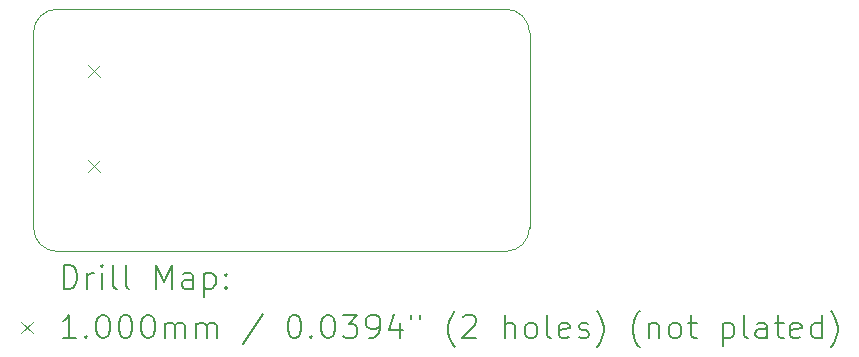
<source format=gbr>
%TF.GenerationSoftware,KiCad,Pcbnew,7.0.6*%
%TF.CreationDate,2024-02-06T14:07:21+09:00*%
%TF.ProjectId,CO2_sensor,434f325f-7365-46e7-936f-722e6b696361,rev?*%
%TF.SameCoordinates,Original*%
%TF.FileFunction,Drillmap*%
%TF.FilePolarity,Positive*%
%FSLAX45Y45*%
G04 Gerber Fmt 4.5, Leading zero omitted, Abs format (unit mm)*
G04 Created by KiCad (PCBNEW 7.0.6) date 2024-02-06 14:07:21*
%MOMM*%
%LPD*%
G01*
G04 APERTURE LIST*
%ADD10C,0.100000*%
%ADD11C,0.200000*%
G04 APERTURE END LIST*
D10*
X16625000Y-11000000D02*
G75*
G03*
X16425000Y-11200000I0J-200000D01*
G01*
X20625000Y-11200000D02*
G75*
G03*
X20425000Y-11000000I-200000J0D01*
G01*
X20425000Y-13050000D02*
G75*
G03*
X20625000Y-12850000I0J200000D01*
G01*
X20625000Y-12850000D02*
X20625000Y-11200000D01*
X20425000Y-11000000D02*
X16625000Y-11000000D01*
X16425000Y-11200000D02*
X16425000Y-12850000D01*
X16625000Y-13050000D02*
X20425000Y-13050000D01*
X16425000Y-12850000D02*
G75*
G03*
X16625000Y-13050000I200000J0D01*
G01*
D11*
D10*
X16885000Y-11475000D02*
X16985000Y-11575000D01*
X16985000Y-11475000D02*
X16885000Y-11575000D01*
X16885000Y-12275000D02*
X16985000Y-12375000D01*
X16985000Y-12275000D02*
X16885000Y-12375000D01*
D11*
X16680777Y-13366484D02*
X16680777Y-13166484D01*
X16680777Y-13166484D02*
X16728396Y-13166484D01*
X16728396Y-13166484D02*
X16756967Y-13176008D01*
X16756967Y-13176008D02*
X16776015Y-13195055D01*
X16776015Y-13195055D02*
X16785539Y-13214103D01*
X16785539Y-13214103D02*
X16795063Y-13252198D01*
X16795063Y-13252198D02*
X16795063Y-13280769D01*
X16795063Y-13280769D02*
X16785539Y-13318865D01*
X16785539Y-13318865D02*
X16776015Y-13337912D01*
X16776015Y-13337912D02*
X16756967Y-13356960D01*
X16756967Y-13356960D02*
X16728396Y-13366484D01*
X16728396Y-13366484D02*
X16680777Y-13366484D01*
X16880777Y-13366484D02*
X16880777Y-13233150D01*
X16880777Y-13271246D02*
X16890301Y-13252198D01*
X16890301Y-13252198D02*
X16899824Y-13242674D01*
X16899824Y-13242674D02*
X16918872Y-13233150D01*
X16918872Y-13233150D02*
X16937920Y-13233150D01*
X17004586Y-13366484D02*
X17004586Y-13233150D01*
X17004586Y-13166484D02*
X16995063Y-13176008D01*
X16995063Y-13176008D02*
X17004586Y-13185531D01*
X17004586Y-13185531D02*
X17014110Y-13176008D01*
X17014110Y-13176008D02*
X17004586Y-13166484D01*
X17004586Y-13166484D02*
X17004586Y-13185531D01*
X17128396Y-13366484D02*
X17109348Y-13356960D01*
X17109348Y-13356960D02*
X17099824Y-13337912D01*
X17099824Y-13337912D02*
X17099824Y-13166484D01*
X17233158Y-13366484D02*
X17214110Y-13356960D01*
X17214110Y-13356960D02*
X17204586Y-13337912D01*
X17204586Y-13337912D02*
X17204586Y-13166484D01*
X17461729Y-13366484D02*
X17461729Y-13166484D01*
X17461729Y-13166484D02*
X17528396Y-13309341D01*
X17528396Y-13309341D02*
X17595063Y-13166484D01*
X17595063Y-13166484D02*
X17595063Y-13366484D01*
X17776015Y-13366484D02*
X17776015Y-13261722D01*
X17776015Y-13261722D02*
X17766491Y-13242674D01*
X17766491Y-13242674D02*
X17747444Y-13233150D01*
X17747444Y-13233150D02*
X17709348Y-13233150D01*
X17709348Y-13233150D02*
X17690301Y-13242674D01*
X17776015Y-13356960D02*
X17756967Y-13366484D01*
X17756967Y-13366484D02*
X17709348Y-13366484D01*
X17709348Y-13366484D02*
X17690301Y-13356960D01*
X17690301Y-13356960D02*
X17680777Y-13337912D01*
X17680777Y-13337912D02*
X17680777Y-13318865D01*
X17680777Y-13318865D02*
X17690301Y-13299817D01*
X17690301Y-13299817D02*
X17709348Y-13290293D01*
X17709348Y-13290293D02*
X17756967Y-13290293D01*
X17756967Y-13290293D02*
X17776015Y-13280769D01*
X17871253Y-13233150D02*
X17871253Y-13433150D01*
X17871253Y-13242674D02*
X17890301Y-13233150D01*
X17890301Y-13233150D02*
X17928396Y-13233150D01*
X17928396Y-13233150D02*
X17947444Y-13242674D01*
X17947444Y-13242674D02*
X17956967Y-13252198D01*
X17956967Y-13252198D02*
X17966491Y-13271246D01*
X17966491Y-13271246D02*
X17966491Y-13328388D01*
X17966491Y-13328388D02*
X17956967Y-13347436D01*
X17956967Y-13347436D02*
X17947444Y-13356960D01*
X17947444Y-13356960D02*
X17928396Y-13366484D01*
X17928396Y-13366484D02*
X17890301Y-13366484D01*
X17890301Y-13366484D02*
X17871253Y-13356960D01*
X18052205Y-13347436D02*
X18061729Y-13356960D01*
X18061729Y-13356960D02*
X18052205Y-13366484D01*
X18052205Y-13366484D02*
X18042682Y-13356960D01*
X18042682Y-13356960D02*
X18052205Y-13347436D01*
X18052205Y-13347436D02*
X18052205Y-13366484D01*
X18052205Y-13242674D02*
X18061729Y-13252198D01*
X18061729Y-13252198D02*
X18052205Y-13261722D01*
X18052205Y-13261722D02*
X18042682Y-13252198D01*
X18042682Y-13252198D02*
X18052205Y-13242674D01*
X18052205Y-13242674D02*
X18052205Y-13261722D01*
D10*
X16320000Y-13645000D02*
X16420000Y-13745000D01*
X16420000Y-13645000D02*
X16320000Y-13745000D01*
D11*
X16785539Y-13786484D02*
X16671253Y-13786484D01*
X16728396Y-13786484D02*
X16728396Y-13586484D01*
X16728396Y-13586484D02*
X16709348Y-13615055D01*
X16709348Y-13615055D02*
X16690301Y-13634103D01*
X16690301Y-13634103D02*
X16671253Y-13643627D01*
X16871253Y-13767436D02*
X16880777Y-13776960D01*
X16880777Y-13776960D02*
X16871253Y-13786484D01*
X16871253Y-13786484D02*
X16861729Y-13776960D01*
X16861729Y-13776960D02*
X16871253Y-13767436D01*
X16871253Y-13767436D02*
X16871253Y-13786484D01*
X17004586Y-13586484D02*
X17023634Y-13586484D01*
X17023634Y-13586484D02*
X17042682Y-13596008D01*
X17042682Y-13596008D02*
X17052205Y-13605531D01*
X17052205Y-13605531D02*
X17061729Y-13624579D01*
X17061729Y-13624579D02*
X17071253Y-13662674D01*
X17071253Y-13662674D02*
X17071253Y-13710293D01*
X17071253Y-13710293D02*
X17061729Y-13748388D01*
X17061729Y-13748388D02*
X17052205Y-13767436D01*
X17052205Y-13767436D02*
X17042682Y-13776960D01*
X17042682Y-13776960D02*
X17023634Y-13786484D01*
X17023634Y-13786484D02*
X17004586Y-13786484D01*
X17004586Y-13786484D02*
X16985539Y-13776960D01*
X16985539Y-13776960D02*
X16976015Y-13767436D01*
X16976015Y-13767436D02*
X16966491Y-13748388D01*
X16966491Y-13748388D02*
X16956967Y-13710293D01*
X16956967Y-13710293D02*
X16956967Y-13662674D01*
X16956967Y-13662674D02*
X16966491Y-13624579D01*
X16966491Y-13624579D02*
X16976015Y-13605531D01*
X16976015Y-13605531D02*
X16985539Y-13596008D01*
X16985539Y-13596008D02*
X17004586Y-13586484D01*
X17195063Y-13586484D02*
X17214110Y-13586484D01*
X17214110Y-13586484D02*
X17233158Y-13596008D01*
X17233158Y-13596008D02*
X17242682Y-13605531D01*
X17242682Y-13605531D02*
X17252205Y-13624579D01*
X17252205Y-13624579D02*
X17261729Y-13662674D01*
X17261729Y-13662674D02*
X17261729Y-13710293D01*
X17261729Y-13710293D02*
X17252205Y-13748388D01*
X17252205Y-13748388D02*
X17242682Y-13767436D01*
X17242682Y-13767436D02*
X17233158Y-13776960D01*
X17233158Y-13776960D02*
X17214110Y-13786484D01*
X17214110Y-13786484D02*
X17195063Y-13786484D01*
X17195063Y-13786484D02*
X17176015Y-13776960D01*
X17176015Y-13776960D02*
X17166491Y-13767436D01*
X17166491Y-13767436D02*
X17156967Y-13748388D01*
X17156967Y-13748388D02*
X17147444Y-13710293D01*
X17147444Y-13710293D02*
X17147444Y-13662674D01*
X17147444Y-13662674D02*
X17156967Y-13624579D01*
X17156967Y-13624579D02*
X17166491Y-13605531D01*
X17166491Y-13605531D02*
X17176015Y-13596008D01*
X17176015Y-13596008D02*
X17195063Y-13586484D01*
X17385539Y-13586484D02*
X17404586Y-13586484D01*
X17404586Y-13586484D02*
X17423634Y-13596008D01*
X17423634Y-13596008D02*
X17433158Y-13605531D01*
X17433158Y-13605531D02*
X17442682Y-13624579D01*
X17442682Y-13624579D02*
X17452205Y-13662674D01*
X17452205Y-13662674D02*
X17452205Y-13710293D01*
X17452205Y-13710293D02*
X17442682Y-13748388D01*
X17442682Y-13748388D02*
X17433158Y-13767436D01*
X17433158Y-13767436D02*
X17423634Y-13776960D01*
X17423634Y-13776960D02*
X17404586Y-13786484D01*
X17404586Y-13786484D02*
X17385539Y-13786484D01*
X17385539Y-13786484D02*
X17366491Y-13776960D01*
X17366491Y-13776960D02*
X17356967Y-13767436D01*
X17356967Y-13767436D02*
X17347444Y-13748388D01*
X17347444Y-13748388D02*
X17337920Y-13710293D01*
X17337920Y-13710293D02*
X17337920Y-13662674D01*
X17337920Y-13662674D02*
X17347444Y-13624579D01*
X17347444Y-13624579D02*
X17356967Y-13605531D01*
X17356967Y-13605531D02*
X17366491Y-13596008D01*
X17366491Y-13596008D02*
X17385539Y-13586484D01*
X17537920Y-13786484D02*
X17537920Y-13653150D01*
X17537920Y-13672198D02*
X17547444Y-13662674D01*
X17547444Y-13662674D02*
X17566491Y-13653150D01*
X17566491Y-13653150D02*
X17595063Y-13653150D01*
X17595063Y-13653150D02*
X17614110Y-13662674D01*
X17614110Y-13662674D02*
X17623634Y-13681722D01*
X17623634Y-13681722D02*
X17623634Y-13786484D01*
X17623634Y-13681722D02*
X17633158Y-13662674D01*
X17633158Y-13662674D02*
X17652205Y-13653150D01*
X17652205Y-13653150D02*
X17680777Y-13653150D01*
X17680777Y-13653150D02*
X17699825Y-13662674D01*
X17699825Y-13662674D02*
X17709348Y-13681722D01*
X17709348Y-13681722D02*
X17709348Y-13786484D01*
X17804586Y-13786484D02*
X17804586Y-13653150D01*
X17804586Y-13672198D02*
X17814110Y-13662674D01*
X17814110Y-13662674D02*
X17833158Y-13653150D01*
X17833158Y-13653150D02*
X17861729Y-13653150D01*
X17861729Y-13653150D02*
X17880777Y-13662674D01*
X17880777Y-13662674D02*
X17890301Y-13681722D01*
X17890301Y-13681722D02*
X17890301Y-13786484D01*
X17890301Y-13681722D02*
X17899825Y-13662674D01*
X17899825Y-13662674D02*
X17918872Y-13653150D01*
X17918872Y-13653150D02*
X17947444Y-13653150D01*
X17947444Y-13653150D02*
X17966491Y-13662674D01*
X17966491Y-13662674D02*
X17976015Y-13681722D01*
X17976015Y-13681722D02*
X17976015Y-13786484D01*
X18366491Y-13576960D02*
X18195063Y-13834103D01*
X18623634Y-13586484D02*
X18642682Y-13586484D01*
X18642682Y-13586484D02*
X18661729Y-13596008D01*
X18661729Y-13596008D02*
X18671253Y-13605531D01*
X18671253Y-13605531D02*
X18680777Y-13624579D01*
X18680777Y-13624579D02*
X18690301Y-13662674D01*
X18690301Y-13662674D02*
X18690301Y-13710293D01*
X18690301Y-13710293D02*
X18680777Y-13748388D01*
X18680777Y-13748388D02*
X18671253Y-13767436D01*
X18671253Y-13767436D02*
X18661729Y-13776960D01*
X18661729Y-13776960D02*
X18642682Y-13786484D01*
X18642682Y-13786484D02*
X18623634Y-13786484D01*
X18623634Y-13786484D02*
X18604587Y-13776960D01*
X18604587Y-13776960D02*
X18595063Y-13767436D01*
X18595063Y-13767436D02*
X18585539Y-13748388D01*
X18585539Y-13748388D02*
X18576015Y-13710293D01*
X18576015Y-13710293D02*
X18576015Y-13662674D01*
X18576015Y-13662674D02*
X18585539Y-13624579D01*
X18585539Y-13624579D02*
X18595063Y-13605531D01*
X18595063Y-13605531D02*
X18604587Y-13596008D01*
X18604587Y-13596008D02*
X18623634Y-13586484D01*
X18776015Y-13767436D02*
X18785539Y-13776960D01*
X18785539Y-13776960D02*
X18776015Y-13786484D01*
X18776015Y-13786484D02*
X18766491Y-13776960D01*
X18766491Y-13776960D02*
X18776015Y-13767436D01*
X18776015Y-13767436D02*
X18776015Y-13786484D01*
X18909348Y-13586484D02*
X18928396Y-13586484D01*
X18928396Y-13586484D02*
X18947444Y-13596008D01*
X18947444Y-13596008D02*
X18956968Y-13605531D01*
X18956968Y-13605531D02*
X18966491Y-13624579D01*
X18966491Y-13624579D02*
X18976015Y-13662674D01*
X18976015Y-13662674D02*
X18976015Y-13710293D01*
X18976015Y-13710293D02*
X18966491Y-13748388D01*
X18966491Y-13748388D02*
X18956968Y-13767436D01*
X18956968Y-13767436D02*
X18947444Y-13776960D01*
X18947444Y-13776960D02*
X18928396Y-13786484D01*
X18928396Y-13786484D02*
X18909348Y-13786484D01*
X18909348Y-13786484D02*
X18890301Y-13776960D01*
X18890301Y-13776960D02*
X18880777Y-13767436D01*
X18880777Y-13767436D02*
X18871253Y-13748388D01*
X18871253Y-13748388D02*
X18861729Y-13710293D01*
X18861729Y-13710293D02*
X18861729Y-13662674D01*
X18861729Y-13662674D02*
X18871253Y-13624579D01*
X18871253Y-13624579D02*
X18880777Y-13605531D01*
X18880777Y-13605531D02*
X18890301Y-13596008D01*
X18890301Y-13596008D02*
X18909348Y-13586484D01*
X19042682Y-13586484D02*
X19166491Y-13586484D01*
X19166491Y-13586484D02*
X19099825Y-13662674D01*
X19099825Y-13662674D02*
X19128396Y-13662674D01*
X19128396Y-13662674D02*
X19147444Y-13672198D01*
X19147444Y-13672198D02*
X19156968Y-13681722D01*
X19156968Y-13681722D02*
X19166491Y-13700769D01*
X19166491Y-13700769D02*
X19166491Y-13748388D01*
X19166491Y-13748388D02*
X19156968Y-13767436D01*
X19156968Y-13767436D02*
X19147444Y-13776960D01*
X19147444Y-13776960D02*
X19128396Y-13786484D01*
X19128396Y-13786484D02*
X19071253Y-13786484D01*
X19071253Y-13786484D02*
X19052206Y-13776960D01*
X19052206Y-13776960D02*
X19042682Y-13767436D01*
X19261729Y-13786484D02*
X19299825Y-13786484D01*
X19299825Y-13786484D02*
X19318872Y-13776960D01*
X19318872Y-13776960D02*
X19328396Y-13767436D01*
X19328396Y-13767436D02*
X19347444Y-13738865D01*
X19347444Y-13738865D02*
X19356968Y-13700769D01*
X19356968Y-13700769D02*
X19356968Y-13624579D01*
X19356968Y-13624579D02*
X19347444Y-13605531D01*
X19347444Y-13605531D02*
X19337920Y-13596008D01*
X19337920Y-13596008D02*
X19318872Y-13586484D01*
X19318872Y-13586484D02*
X19280777Y-13586484D01*
X19280777Y-13586484D02*
X19261729Y-13596008D01*
X19261729Y-13596008D02*
X19252206Y-13605531D01*
X19252206Y-13605531D02*
X19242682Y-13624579D01*
X19242682Y-13624579D02*
X19242682Y-13672198D01*
X19242682Y-13672198D02*
X19252206Y-13691246D01*
X19252206Y-13691246D02*
X19261729Y-13700769D01*
X19261729Y-13700769D02*
X19280777Y-13710293D01*
X19280777Y-13710293D02*
X19318872Y-13710293D01*
X19318872Y-13710293D02*
X19337920Y-13700769D01*
X19337920Y-13700769D02*
X19347444Y-13691246D01*
X19347444Y-13691246D02*
X19356968Y-13672198D01*
X19528396Y-13653150D02*
X19528396Y-13786484D01*
X19480777Y-13576960D02*
X19433158Y-13719817D01*
X19433158Y-13719817D02*
X19556968Y-13719817D01*
X19623634Y-13586484D02*
X19623634Y-13624579D01*
X19699825Y-13586484D02*
X19699825Y-13624579D01*
X19995063Y-13862674D02*
X19985539Y-13853150D01*
X19985539Y-13853150D02*
X19966491Y-13824579D01*
X19966491Y-13824579D02*
X19956968Y-13805531D01*
X19956968Y-13805531D02*
X19947444Y-13776960D01*
X19947444Y-13776960D02*
X19937920Y-13729341D01*
X19937920Y-13729341D02*
X19937920Y-13691246D01*
X19937920Y-13691246D02*
X19947444Y-13643627D01*
X19947444Y-13643627D02*
X19956968Y-13615055D01*
X19956968Y-13615055D02*
X19966491Y-13596008D01*
X19966491Y-13596008D02*
X19985539Y-13567436D01*
X19985539Y-13567436D02*
X19995063Y-13557912D01*
X20061730Y-13605531D02*
X20071253Y-13596008D01*
X20071253Y-13596008D02*
X20090301Y-13586484D01*
X20090301Y-13586484D02*
X20137920Y-13586484D01*
X20137920Y-13586484D02*
X20156968Y-13596008D01*
X20156968Y-13596008D02*
X20166491Y-13605531D01*
X20166491Y-13605531D02*
X20176015Y-13624579D01*
X20176015Y-13624579D02*
X20176015Y-13643627D01*
X20176015Y-13643627D02*
X20166491Y-13672198D01*
X20166491Y-13672198D02*
X20052206Y-13786484D01*
X20052206Y-13786484D02*
X20176015Y-13786484D01*
X20414111Y-13786484D02*
X20414111Y-13586484D01*
X20499825Y-13786484D02*
X20499825Y-13681722D01*
X20499825Y-13681722D02*
X20490301Y-13662674D01*
X20490301Y-13662674D02*
X20471253Y-13653150D01*
X20471253Y-13653150D02*
X20442682Y-13653150D01*
X20442682Y-13653150D02*
X20423634Y-13662674D01*
X20423634Y-13662674D02*
X20414111Y-13672198D01*
X20623634Y-13786484D02*
X20604587Y-13776960D01*
X20604587Y-13776960D02*
X20595063Y-13767436D01*
X20595063Y-13767436D02*
X20585539Y-13748388D01*
X20585539Y-13748388D02*
X20585539Y-13691246D01*
X20585539Y-13691246D02*
X20595063Y-13672198D01*
X20595063Y-13672198D02*
X20604587Y-13662674D01*
X20604587Y-13662674D02*
X20623634Y-13653150D01*
X20623634Y-13653150D02*
X20652206Y-13653150D01*
X20652206Y-13653150D02*
X20671253Y-13662674D01*
X20671253Y-13662674D02*
X20680777Y-13672198D01*
X20680777Y-13672198D02*
X20690301Y-13691246D01*
X20690301Y-13691246D02*
X20690301Y-13748388D01*
X20690301Y-13748388D02*
X20680777Y-13767436D01*
X20680777Y-13767436D02*
X20671253Y-13776960D01*
X20671253Y-13776960D02*
X20652206Y-13786484D01*
X20652206Y-13786484D02*
X20623634Y-13786484D01*
X20804587Y-13786484D02*
X20785539Y-13776960D01*
X20785539Y-13776960D02*
X20776015Y-13757912D01*
X20776015Y-13757912D02*
X20776015Y-13586484D01*
X20956968Y-13776960D02*
X20937920Y-13786484D01*
X20937920Y-13786484D02*
X20899825Y-13786484D01*
X20899825Y-13786484D02*
X20880777Y-13776960D01*
X20880777Y-13776960D02*
X20871253Y-13757912D01*
X20871253Y-13757912D02*
X20871253Y-13681722D01*
X20871253Y-13681722D02*
X20880777Y-13662674D01*
X20880777Y-13662674D02*
X20899825Y-13653150D01*
X20899825Y-13653150D02*
X20937920Y-13653150D01*
X20937920Y-13653150D02*
X20956968Y-13662674D01*
X20956968Y-13662674D02*
X20966492Y-13681722D01*
X20966492Y-13681722D02*
X20966492Y-13700769D01*
X20966492Y-13700769D02*
X20871253Y-13719817D01*
X21042682Y-13776960D02*
X21061730Y-13786484D01*
X21061730Y-13786484D02*
X21099825Y-13786484D01*
X21099825Y-13786484D02*
X21118873Y-13776960D01*
X21118873Y-13776960D02*
X21128396Y-13757912D01*
X21128396Y-13757912D02*
X21128396Y-13748388D01*
X21128396Y-13748388D02*
X21118873Y-13729341D01*
X21118873Y-13729341D02*
X21099825Y-13719817D01*
X21099825Y-13719817D02*
X21071253Y-13719817D01*
X21071253Y-13719817D02*
X21052206Y-13710293D01*
X21052206Y-13710293D02*
X21042682Y-13691246D01*
X21042682Y-13691246D02*
X21042682Y-13681722D01*
X21042682Y-13681722D02*
X21052206Y-13662674D01*
X21052206Y-13662674D02*
X21071253Y-13653150D01*
X21071253Y-13653150D02*
X21099825Y-13653150D01*
X21099825Y-13653150D02*
X21118873Y-13662674D01*
X21195063Y-13862674D02*
X21204587Y-13853150D01*
X21204587Y-13853150D02*
X21223634Y-13824579D01*
X21223634Y-13824579D02*
X21233158Y-13805531D01*
X21233158Y-13805531D02*
X21242682Y-13776960D01*
X21242682Y-13776960D02*
X21252206Y-13729341D01*
X21252206Y-13729341D02*
X21252206Y-13691246D01*
X21252206Y-13691246D02*
X21242682Y-13643627D01*
X21242682Y-13643627D02*
X21233158Y-13615055D01*
X21233158Y-13615055D02*
X21223634Y-13596008D01*
X21223634Y-13596008D02*
X21204587Y-13567436D01*
X21204587Y-13567436D02*
X21195063Y-13557912D01*
X21556968Y-13862674D02*
X21547444Y-13853150D01*
X21547444Y-13853150D02*
X21528396Y-13824579D01*
X21528396Y-13824579D02*
X21518873Y-13805531D01*
X21518873Y-13805531D02*
X21509349Y-13776960D01*
X21509349Y-13776960D02*
X21499825Y-13729341D01*
X21499825Y-13729341D02*
X21499825Y-13691246D01*
X21499825Y-13691246D02*
X21509349Y-13643627D01*
X21509349Y-13643627D02*
X21518873Y-13615055D01*
X21518873Y-13615055D02*
X21528396Y-13596008D01*
X21528396Y-13596008D02*
X21547444Y-13567436D01*
X21547444Y-13567436D02*
X21556968Y-13557912D01*
X21633158Y-13653150D02*
X21633158Y-13786484D01*
X21633158Y-13672198D02*
X21642682Y-13662674D01*
X21642682Y-13662674D02*
X21661730Y-13653150D01*
X21661730Y-13653150D02*
X21690301Y-13653150D01*
X21690301Y-13653150D02*
X21709349Y-13662674D01*
X21709349Y-13662674D02*
X21718873Y-13681722D01*
X21718873Y-13681722D02*
X21718873Y-13786484D01*
X21842682Y-13786484D02*
X21823634Y-13776960D01*
X21823634Y-13776960D02*
X21814111Y-13767436D01*
X21814111Y-13767436D02*
X21804587Y-13748388D01*
X21804587Y-13748388D02*
X21804587Y-13691246D01*
X21804587Y-13691246D02*
X21814111Y-13672198D01*
X21814111Y-13672198D02*
X21823634Y-13662674D01*
X21823634Y-13662674D02*
X21842682Y-13653150D01*
X21842682Y-13653150D02*
X21871254Y-13653150D01*
X21871254Y-13653150D02*
X21890301Y-13662674D01*
X21890301Y-13662674D02*
X21899825Y-13672198D01*
X21899825Y-13672198D02*
X21909349Y-13691246D01*
X21909349Y-13691246D02*
X21909349Y-13748388D01*
X21909349Y-13748388D02*
X21899825Y-13767436D01*
X21899825Y-13767436D02*
X21890301Y-13776960D01*
X21890301Y-13776960D02*
X21871254Y-13786484D01*
X21871254Y-13786484D02*
X21842682Y-13786484D01*
X21966492Y-13653150D02*
X22042682Y-13653150D01*
X21995063Y-13586484D02*
X21995063Y-13757912D01*
X21995063Y-13757912D02*
X22004587Y-13776960D01*
X22004587Y-13776960D02*
X22023634Y-13786484D01*
X22023634Y-13786484D02*
X22042682Y-13786484D01*
X22261730Y-13653150D02*
X22261730Y-13853150D01*
X22261730Y-13662674D02*
X22280777Y-13653150D01*
X22280777Y-13653150D02*
X22318873Y-13653150D01*
X22318873Y-13653150D02*
X22337920Y-13662674D01*
X22337920Y-13662674D02*
X22347444Y-13672198D01*
X22347444Y-13672198D02*
X22356968Y-13691246D01*
X22356968Y-13691246D02*
X22356968Y-13748388D01*
X22356968Y-13748388D02*
X22347444Y-13767436D01*
X22347444Y-13767436D02*
X22337920Y-13776960D01*
X22337920Y-13776960D02*
X22318873Y-13786484D01*
X22318873Y-13786484D02*
X22280777Y-13786484D01*
X22280777Y-13786484D02*
X22261730Y-13776960D01*
X22471253Y-13786484D02*
X22452206Y-13776960D01*
X22452206Y-13776960D02*
X22442682Y-13757912D01*
X22442682Y-13757912D02*
X22442682Y-13586484D01*
X22633158Y-13786484D02*
X22633158Y-13681722D01*
X22633158Y-13681722D02*
X22623634Y-13662674D01*
X22623634Y-13662674D02*
X22604587Y-13653150D01*
X22604587Y-13653150D02*
X22566492Y-13653150D01*
X22566492Y-13653150D02*
X22547444Y-13662674D01*
X22633158Y-13776960D02*
X22614111Y-13786484D01*
X22614111Y-13786484D02*
X22566492Y-13786484D01*
X22566492Y-13786484D02*
X22547444Y-13776960D01*
X22547444Y-13776960D02*
X22537920Y-13757912D01*
X22537920Y-13757912D02*
X22537920Y-13738865D01*
X22537920Y-13738865D02*
X22547444Y-13719817D01*
X22547444Y-13719817D02*
X22566492Y-13710293D01*
X22566492Y-13710293D02*
X22614111Y-13710293D01*
X22614111Y-13710293D02*
X22633158Y-13700769D01*
X22699825Y-13653150D02*
X22776015Y-13653150D01*
X22728396Y-13586484D02*
X22728396Y-13757912D01*
X22728396Y-13757912D02*
X22737920Y-13776960D01*
X22737920Y-13776960D02*
X22756968Y-13786484D01*
X22756968Y-13786484D02*
X22776015Y-13786484D01*
X22918873Y-13776960D02*
X22899825Y-13786484D01*
X22899825Y-13786484D02*
X22861730Y-13786484D01*
X22861730Y-13786484D02*
X22842682Y-13776960D01*
X22842682Y-13776960D02*
X22833158Y-13757912D01*
X22833158Y-13757912D02*
X22833158Y-13681722D01*
X22833158Y-13681722D02*
X22842682Y-13662674D01*
X22842682Y-13662674D02*
X22861730Y-13653150D01*
X22861730Y-13653150D02*
X22899825Y-13653150D01*
X22899825Y-13653150D02*
X22918873Y-13662674D01*
X22918873Y-13662674D02*
X22928396Y-13681722D01*
X22928396Y-13681722D02*
X22928396Y-13700769D01*
X22928396Y-13700769D02*
X22833158Y-13719817D01*
X23099825Y-13786484D02*
X23099825Y-13586484D01*
X23099825Y-13776960D02*
X23080777Y-13786484D01*
X23080777Y-13786484D02*
X23042682Y-13786484D01*
X23042682Y-13786484D02*
X23023634Y-13776960D01*
X23023634Y-13776960D02*
X23014111Y-13767436D01*
X23014111Y-13767436D02*
X23004587Y-13748388D01*
X23004587Y-13748388D02*
X23004587Y-13691246D01*
X23004587Y-13691246D02*
X23014111Y-13672198D01*
X23014111Y-13672198D02*
X23023634Y-13662674D01*
X23023634Y-13662674D02*
X23042682Y-13653150D01*
X23042682Y-13653150D02*
X23080777Y-13653150D01*
X23080777Y-13653150D02*
X23099825Y-13662674D01*
X23176015Y-13862674D02*
X23185539Y-13853150D01*
X23185539Y-13853150D02*
X23204587Y-13824579D01*
X23204587Y-13824579D02*
X23214111Y-13805531D01*
X23214111Y-13805531D02*
X23223634Y-13776960D01*
X23223634Y-13776960D02*
X23233158Y-13729341D01*
X23233158Y-13729341D02*
X23233158Y-13691246D01*
X23233158Y-13691246D02*
X23223634Y-13643627D01*
X23223634Y-13643627D02*
X23214111Y-13615055D01*
X23214111Y-13615055D02*
X23204587Y-13596008D01*
X23204587Y-13596008D02*
X23185539Y-13567436D01*
X23185539Y-13567436D02*
X23176015Y-13557912D01*
M02*

</source>
